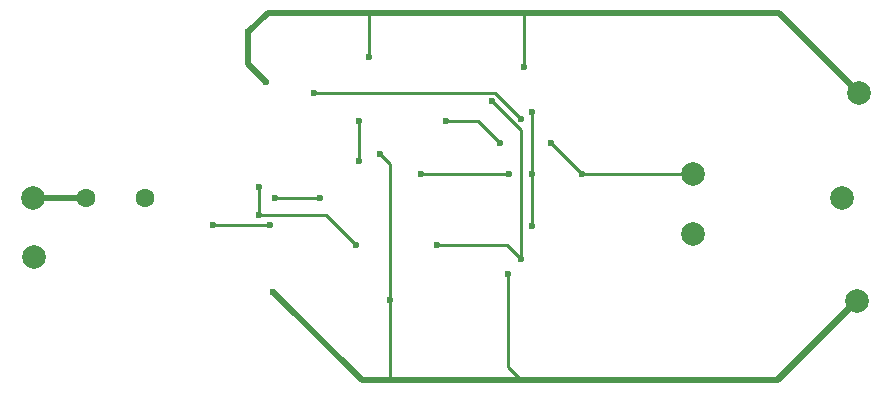
<source format=gbr>
G04 #@! TF.GenerationSoftware,KiCad,Pcbnew,(5.1.10-0-10_14)*
G04 #@! TF.CreationDate,2021-07-28T14:35:39+02:00*
G04 #@! TF.ProjectId,pre-amp-discret,7072652d-616d-4702-9d64-697363726574,rev?*
G04 #@! TF.SameCoordinates,Original*
G04 #@! TF.FileFunction,Copper,L2,Bot*
G04 #@! TF.FilePolarity,Positive*
%FSLAX46Y46*%
G04 Gerber Fmt 4.6, Leading zero omitted, Abs format (unit mm)*
G04 Created by KiCad (PCBNEW (5.1.10-0-10_14)) date 2021-07-28 14:35:39*
%MOMM*%
%LPD*%
G01*
G04 APERTURE LIST*
G04 #@! TA.AperFunction,ComponentPad*
%ADD10C,2.000000*%
G04 #@! TD*
G04 #@! TA.AperFunction,ComponentPad*
%ADD11C,1.600000*%
G04 #@! TD*
G04 #@! TA.AperFunction,ViaPad*
%ADD12C,0.600000*%
G04 #@! TD*
G04 #@! TA.AperFunction,Conductor*
%ADD13C,0.500000*%
G04 #@! TD*
G04 #@! TA.AperFunction,Conductor*
%ADD14C,0.250000*%
G04 #@! TD*
G04 APERTURE END LIST*
D10*
X194754500Y-121920000D03*
X196215000Y-113030000D03*
X196088000Y-130619500D03*
X182181500Y-124968000D03*
X182181500Y-119888000D03*
X126365000Y-126936500D03*
X126301500Y-121920000D03*
D11*
X130810000Y-121920000D03*
X135810000Y-121920000D03*
D12*
X146050000Y-112077500D03*
X167830500Y-110871000D03*
X167830500Y-106235500D03*
X144526000Y-107886500D03*
X154749500Y-109982000D03*
X154749500Y-106235500D03*
X156521400Y-130562100D03*
X155702000Y-118237000D03*
X167640000Y-137350500D03*
X166497000Y-128397000D03*
X146653500Y-129889000D03*
X156527500Y-137350500D03*
X145415000Y-123380500D03*
X145415000Y-120967500D03*
X153670000Y-125920500D03*
X167576500Y-127063500D03*
X160528000Y-125920500D03*
X165163500Y-113728500D03*
X165862000Y-117284500D03*
X161226500Y-115379500D03*
X146748500Y-121920000D03*
X150558500Y-121920000D03*
X168529000Y-114617500D03*
X168529000Y-124269500D03*
X168529000Y-119888000D03*
X166624000Y-119888000D03*
X159131000Y-119888000D03*
X153860500Y-118808500D03*
X153860500Y-115379500D03*
X172783500Y-119888000D03*
X170116500Y-117284500D03*
X146367500Y-124206000D03*
X141541500Y-124206000D03*
X167649999Y-115242501D03*
X150114000Y-113030000D03*
D13*
X189420500Y-106235500D02*
X196215000Y-113030000D01*
D14*
X167830500Y-110871000D02*
X167830500Y-106235500D01*
D13*
X189420500Y-106235500D02*
X167830500Y-106235500D01*
X144526000Y-110553500D02*
X146050000Y-112077500D01*
X144526000Y-107886500D02*
X144526000Y-110553500D01*
D14*
X154749500Y-106299000D02*
X154686000Y-106235500D01*
X154749500Y-109982000D02*
X154749500Y-106299000D01*
D13*
X154686000Y-106235500D02*
X154749500Y-106235500D01*
X146177000Y-106235500D02*
X144526000Y-107886500D01*
X154686000Y-106235500D02*
X146177000Y-106235500D01*
X154749500Y-106235500D02*
X167830500Y-106235500D01*
X126301500Y-121920000D02*
X130810000Y-121920000D01*
X189293500Y-137350500D02*
X196088000Y-130556000D01*
X189357000Y-137350500D02*
X189293500Y-137350500D01*
X196088000Y-130619500D02*
X189357000Y-137350500D01*
X189357000Y-137350500D02*
X167640000Y-137350500D01*
D14*
X156521400Y-119056400D02*
X155702000Y-118237000D01*
X156521400Y-130562100D02*
X156521400Y-119056400D01*
D13*
X167640000Y-137350500D02*
X156591000Y-137350500D01*
D14*
X166497000Y-136207500D02*
X167640000Y-137350500D01*
X166497000Y-128397000D02*
X166497000Y-136207500D01*
D13*
X154115000Y-137350500D02*
X146653500Y-129889000D01*
X156400500Y-137350500D02*
X154115000Y-137350500D01*
D14*
X156527500Y-130568200D02*
X156521400Y-130562100D01*
X156527500Y-137350500D02*
X156527500Y-130568200D01*
X145415000Y-123380500D02*
X145415000Y-120967500D01*
X151130000Y-123380500D02*
X153670000Y-125920500D01*
X145415000Y-123380500D02*
X151130000Y-123380500D01*
X166433500Y-125920500D02*
X160528000Y-125920500D01*
X167576500Y-127063500D02*
X166433500Y-125920500D01*
X167576500Y-116141500D02*
X165163500Y-113728500D01*
X167576500Y-127063500D02*
X167576500Y-116141500D01*
X165862000Y-117284500D02*
X163957000Y-115379500D01*
X163957000Y-115379500D02*
X161226500Y-115379500D01*
X150558500Y-121920000D02*
X146748500Y-121920000D01*
X168529000Y-119888000D02*
X168529000Y-124269500D01*
X168529000Y-114617500D02*
X168529000Y-119888000D01*
X166624000Y-119888000D02*
X159131000Y-119888000D01*
X153860500Y-118808500D02*
X153860500Y-115379500D01*
X170180000Y-117284500D02*
X170116500Y-117284500D01*
X172783500Y-119888000D02*
X170180000Y-117284500D01*
X182181500Y-119888000D02*
X172783500Y-119888000D01*
X146367500Y-124206000D02*
X141541500Y-124206000D01*
X167602503Y-115242501D02*
X167649999Y-115242501D01*
X165390002Y-113030000D02*
X167602503Y-115242501D01*
X150114000Y-113030000D02*
X165390002Y-113030000D01*
M02*

</source>
